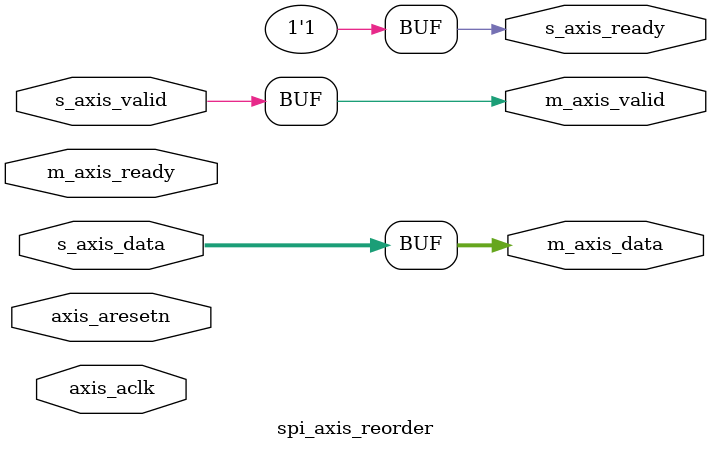
<source format=v>

`timescale 1ns/100ps

module spi_axis_reorder #(

  parameter [3:0] NUM_OF_LANES = 2) (

  input                          axis_aclk,
  input                          axis_aresetn,

  input                          s_axis_valid,
  output                         s_axis_ready,
  input [(NUM_OF_LANES * 32)-1:0]  s_axis_data,

  output                         m_axis_valid,
  input                          m_axis_ready,
  output     [63:0]              m_axis_data);

  // re-packager is always ready
  assign s_axis_ready = 1'b1;

  genvar i, j;
  generate
  if (NUM_OF_LANES == 1) begin : g_reorder_1_lane_interleaved

    reg wr_addr = 0;
    reg [63:0] axis_data_int;
    reg mem_is_full;

    // address control
    // NOTE: ready is ignored, taking the fact that the module is always ready
    always @(posedge axis_aclk) begin
      if (axis_aresetn == 1'b0) begin
        wr_addr <= 1'b0;
        axis_data_int <= 64'b0;
      end else begin
        if ((s_axis_valid == 1'b1) && (s_axis_ready == 1'b1)) begin
          wr_addr <= wr_addr + 1'b1;
          axis_data_int <= (wr_addr) ? {s_axis_data, axis_data_int[31:0]} :
                                       {axis_data_int[63:32], s_axis_data};
        end
      end
    end

    // latch the state of the memory
    always @(posedge axis_aclk) begin
      if (axis_aresetn == 1'b0) begin
        mem_is_full <= 1'b0;
      end else begin
        if ((wr_addr == 1'b1) && (s_axis_valid == 1'b1)) begin
          mem_is_full <= 1'b1;
        end else begin
          mem_is_full <= 1'b0;
        end
      end
    end

    // reorder the interleaved data
    assign m_axis_valid = mem_is_full;
    for (i=0; i<32; i=i+1) begin
      assign m_axis_data[   i] = axis_data_int[2*i+1];
      assign m_axis_data[32+i] = axis_data_int[2*i];
    end

  end else if (NUM_OF_LANES == 2) begin : g_reorder_2_lanes

    assign m_axis_valid = s_axis_valid;
    assign m_axis_data = s_axis_data;

  end else if (NUM_OF_LANES == 4) begin : g_reorder_4_lanes

    assign m_axis_valid = s_axis_valid;
    for (i=0; i<16; i=i+1) begin
      // first channel
      assign m_axis_data[2*i  ]  = s_axis_data[32+i];
      assign m_axis_data[2*i+1]  = s_axis_data[   i];
      // second channel
      assign m_axis_data[2*i+32] = s_axis_data[96+i];
      assign m_axis_data[2*i+33] = s_axis_data[64+i];
    end

  end else if (NUM_OF_LANES == 8) begin : g_reorder_8_lanes

    assign m_axis_valid = s_axis_valid;
    for (i=0; i<8; i=i+1) begin
      // first channel
      assign m_axis_data[4*i  ]  = s_axis_data[96+i];
      assign m_axis_data[4*i+1]  = s_axis_data[64+i];
      assign m_axis_data[4*i+2]  = s_axis_data[32+i];
      assign m_axis_data[4*i+3]  = s_axis_data[   i];
      // second channel
      assign m_axis_data[4*i+32] = s_axis_data[224+i];
      assign m_axis_data[4*i+33] = s_axis_data[192+i];
      assign m_axis_data[4*i+34] = s_axis_data[160+i];
      assign m_axis_data[4*i+35] = s_axis_data[128+i];
    end

  end else begin
    // WARNING: Invalid configuration, leave everybody in the air
  end
  endgenerate

endmodule

</source>
